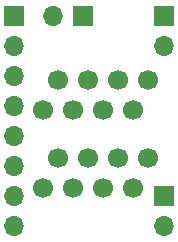
<source format=gbr>
%TF.GenerationSoftware,KiCad,Pcbnew,(5.1.8)-1*%
%TF.CreationDate,2021-01-04T21:32:55+01:00*%
%TF.ProjectId,StepstickAdaptor,53746570-7374-4696-936b-41646170746f,rev?*%
%TF.SameCoordinates,Original*%
%TF.FileFunction,Soldermask,Bot*%
%TF.FilePolarity,Negative*%
%FSLAX46Y46*%
G04 Gerber Fmt 4.6, Leading zero omitted, Abs format (unit mm)*
G04 Created by KiCad (PCBNEW (5.1.8)-1) date 2021-01-04 21:32:55*
%MOMM*%
%LPD*%
G01*
G04 APERTURE LIST*
%ADD10C,1.700000*%
%ADD11R,1.700000X1.700000*%
%ADD12O,1.700000X1.700000*%
G04 APERTURE END LIST*
D10*
%TO.C,J1*%
X129985000Y-83601000D03*
X132525000Y-83601000D03*
X135065000Y-83601000D03*
X137605000Y-83601000D03*
X128715000Y-86141000D03*
X131255000Y-86141000D03*
X133795000Y-86141000D03*
X136335000Y-86141000D03*
X129985000Y-90201000D03*
X132525000Y-90201000D03*
X135065000Y-90201000D03*
X137605000Y-90201000D03*
X128715000Y-92741000D03*
X131255000Y-92741000D03*
X133795000Y-92741000D03*
X136335000Y-92741000D03*
%TD*%
D11*
%TO.C,J6*%
X138938000Y-93472000D03*
D12*
X138938000Y-96012000D03*
%TD*%
D11*
%TO.C,J5*%
X138988800Y-78193900D03*
D12*
X138988800Y-80733900D03*
%TD*%
%TO.C,J4*%
X129540000Y-78181200D03*
D11*
X132080000Y-78181200D03*
%TD*%
D12*
%TO.C,J2*%
X126288800Y-95973900D03*
X126288800Y-93433900D03*
X126288800Y-90893900D03*
X126288800Y-88353900D03*
X126288800Y-85813900D03*
X126288800Y-83273900D03*
X126288800Y-80733900D03*
D11*
X126288800Y-78193900D03*
%TD*%
M02*

</source>
